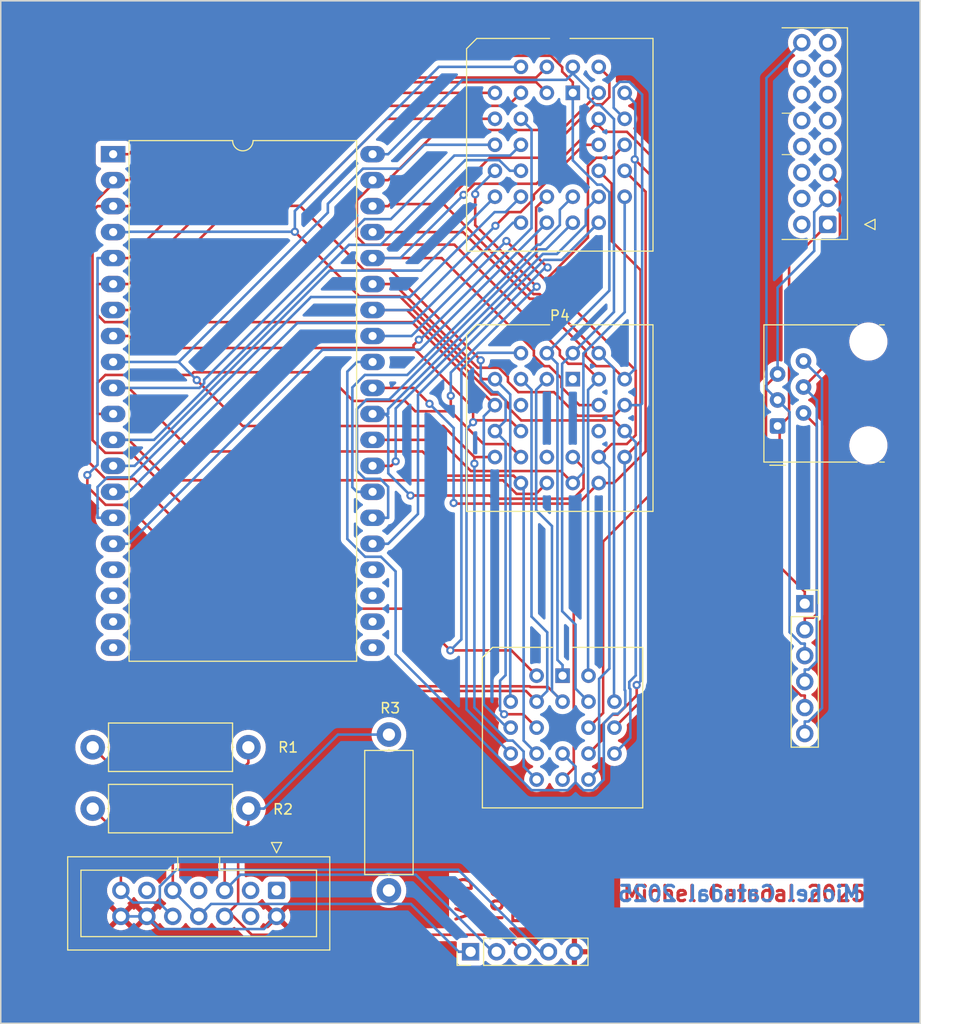
<source format=kicad_pcb>
(kicad_pcb (version 20240108) (generator "pcbnew") (generator_version "8.0")
  (title_block (date "2024-11-23"))
  (layers (0 "F.Cu" signal) (31 "B.Cu" signal) (34 "B.Paste" user) (35 "F.Paste" user) (36 "B.SilkS" user "B.Silkscreen") (37 "F.SilkS" user "F.Silkscreen") (38 "B.Mask" user) (39 "F.Mask" user) (44 "Edge.Cuts" user))
  (net 0 "")
  (net 1 "/pin1")
  (net 2 "/pin2")
  (net 3 "/pin3")
  (net 4 "/pin4")
  (net 5 "/pin5")
  (net 6 "/pin6")
  (net 7 "/pin7")
  (net 8 "/pin8")
  (net 9 "/pin9")
  (net 10 "/pin10")
  (net 11 "/pin11")
  (net 12 "/pin12")
  (net 13 "/pin13")
  (net 14 "/pin14")
  (net 15 "/pin15")
  (net 16 "/pin16")
  (net 17 "/pin25")
  (net 18 "/pin26")
  (net 21 "/pin27")
  (net 31 "/pin28")
  (net 32 "/pin29")
  (net 33 "/pin30")
  (net 34 "/pin31")
  (net 35 "/pin32")
  (net 36 "/pin33")
  (net 37 "/pin34")
  (net 38 "/pin35")
  (net 39 "/pin36")
  (net 40 "/pin37")
  (net 41 "/pin38")
  (net 42 "/pin39")
  (net 43 "/pin40")
  (net 57 "Net-(P6-Pin_1)")
  (net 58 "Net-(P7-Pin_2)")
  (net 59 "Net-(P6-Pin_16)")
  (net 60 "Net-(P6-Pin_5)")
  (net 61 "Net-(P6-Pin_3)")
  (net 62 "Net-(P7-Pin_6)")
  (net 65 "GND")
  (net 66 "Net-(P8-RESET_IN)")
  (net 69 "VDD")
  (net 70 "Net-(P9-Pin_4)")
  (net 71 "Net-(P8-TOOL0)")
  (footprint "Resistor_THT:R_Axial_DIN0414_L11.9mm_D4.5mm_P15.24mm_Horizontal" (layer "F.Cu") (at 109 128)
    (property "Reference" "R1")
    (property "Value" "1k")
  )
  (footprint "Connector_PinSocket_2.54mm:PinSocket_1x06_P2.54mm_Vertical" (layer "F.Cu") (at 178.71 113.96)
    (property "Reference" "P7" (hide yes))
    (property "Value" "PIC Debug")
  )
  (footprint "Connector_PinHeader_2.54mm:PinHeader_1x05_P2.54mm_Vertical" (layer "F.Cu") (at 146 148 90)
    (property "Reference" "P9" (hide yes))
    (property "Value" "G13, G14, G23 or G24")
  )
  (footprint "catu:XGecu_16pins" (layer "F.Cu") (at 179.09 66.44)
    (property "Reference" "P6" (hide yes))
    (property "Value" "T48 Programmer")
  )
  (footprint "Package_LCC:PLCC-20_THT-Socket" (layer "F.Cu") (at 155 121)
    (property "Reference" "P3" (hide yes))
    (property "Value" "Conn_02x10_Counter_Clockwise" (hide yes))
  )
  (footprint "Resistor_THT:R_Axial_DIN0414_L11.9mm_D4.5mm_P15.24mm_Horizontal" (layer "F.Cu") (at 109 134)
    (property "Reference" "R2")
    (property "Value" "10k")
  )
  (footprint "Package_LCC:PLCC-32_THT-Socket" (layer "F.Cu") (at 156 64)
    (property "Reference" "P2" (hide yes))
    (property "Value" "Conn_02x16_Counter_Clockwise" (hide yes))
  )
  (footprint "Connector_RJ:RJ12_Amphenol_54601-x06_Horizontal" (layer "F.Cu") (at 176.05 96.58 90)
    (property "Reference" "P5" (hide yes))
    (property "Value" "CCS Programmer")
  )
  (footprint "Connector_IDC:IDC-Header_2x07_P2.54mm_Vertical" (layer "F.Cu") (at 127 142 -90)
    (property "Reference" "P8" (hide yes))
    (property "Value" "E2 Lite Debugger")
  )
  (footprint "Package_LCC:PLCC-28_THT-Socket" (layer "F.Cu") (at 156 92)
    (property "Reference" "P4")
    (property "Value" "Conn_02x14_Counter_Clockwise")
  )
  (footprint "Package_DIP:DIP-40_W25.4mm_LongPads" (layer "F.Cu") (at 111 70)
    (property "Reference" "P1" (hide yes))
    (property "Value" "Conn_02x20_Counter_Clockwise" (hide yes))
  )
  (footprint "Resistor_THT:R_Axial_DIN0414_L11.9mm_D4.5mm_P15.24mm_Horizontal" (layer "F.Cu") (at 138 142 90)
    (property "Reference" "R3")
    (property "Value" "1k")
  )
  (gr_line (start 100 55) (end 190 55) (stroke (width 0.15)) (layer "Edge.Cuts"))
  (gr_line (start 190 155) (end 100 155) (stroke (width 0.15)) (layer "Edge.Cuts"))
  (gr_line (start 190 55) (end 190 155) (stroke (width 0.15)) (layer "Edge.Cuts"))
  (gr_line (start 100 155) (end 100 55) (stroke (width 0.15)) (layer "Edge.Cuts"))
  (gr_text "Michel Catudal 2025" (at 160.75 143.2 -0) (layer "F.Cu") (effects (font (size 1.5 1.5) (thickness 0.3) (bold yes)) (justify left bottom)))
  (gr_text "Reset" (at 154.32 145.51 90) (layer "F.Cu") (effects (font (size 1.5 1.5) (thickness 0.3) (bold yes)) (justify left bottom)))
  (gr_text "GND" (at 157.11 145.44 90) (layer "F.Cu") (effects (font (size 1.5 1.5) (thickness 0.3) (bold yes)) (justify left bottom)))
  (gr_text "Tool0" (at 149.27 145.44 90) (layer "F.Cu") (effects (font (size 1.5 1.5) (thickness 0.3) (bold yes)) (justify left bottom)))
  (gr_text "Reset IN" (at 151.83 145.51 90) (layer "F.Cu") (effects (font (size 1.5 1.5) (thickness 0.3) (bold yes)) (justify left bottom)))
  (gr_text "VDD" (at 146.25 145.14 90) (layer "F.Cu") (effects (font (size 1.5 1.5) (thickness 0.3) (bold yes)) (justify left bottom)))
  (gr_text "Michel Catudal 2025" (at 184.35 143.2 0) (layer "B.Cu") (effects (font (size 1.5 1.5) (thickness 0.3) (bold yes)) (justify left bottom mirror)))
  (segment (start 156 62.9619) (end 156 64) (width 0.25) (layer "F.Cu") (net 1))
  (segment (start 111 70) (end 112.527 70) (width 0.25) (layer "F.Cu") (net 1))
  (segment (start 154.962 61.9238) (end 156 62.9619) (width 0.25) (layer "F.Cu") (net 1))
  (segment (start 112.527 70) (end 122.152 60.3748) (width 0.25) (layer "F.Cu") (net 1))
  (segment (start 122.152 60.3748) (end 153.85 60.3748) (width 0.25) (layer "F.Cu") (net 1))
  (segment (start 154.962 61.4865) (end 154.962 61.9238) (width 0.25) (layer "F.Cu") (net 1))
  (segment (start 153.85 60.3748) (end 154.962 61.4865) (width 0.25) (layer "F.Cu") (net 1))
  (segment (start 158.381 72.9786) (end 158.835 72.9786) (width 0.25) (layer "B.Cu") (net 1))
  (segment (start 158.835 72.9786) (end 159.579 73.7222) (width 0.25) (layer "B.Cu") (net 1))
  (segment (start 154.5 119.462) (end 154.5 90.5002) (width 0.25) (layer "B.Cu") (net 1))
  (segment (start 159.579 73.7222) (end 159.579 83.3414) (width 0.25) (layer "B.Cu") (net 1))
  (segment (start 155 119.962) (end 154.5 119.462) (width 0.25) (layer "B.Cu") (net 1))
  (segment (start 154.5 90.5002) (end 153.46 89.46) (width 0.25) (layer "B.Cu") (net 1))
  (segment (start 159.579 83.3414) (end 153.46 89.46) (width 0.25) (layer "B.Cu") (net 1))
  (segment (start 155 121) (end 155 119.962) (width 0.25) (layer "B.Cu") (net 1))
  (segment (start 156 64) (end 156 70.5974) (width 0.25) (layer "B.Cu") (net 1))
  (segment (start 156 70.5974) (end 158.381 72.9786) (width 0.25) (layer "B.Cu") (net 1))
  (segment (start 110.257 101.75) (end 113.034 101.75) (width 0.25) (layer "F.Cu") (net 2))
  (segment (start 108.491 75.3967) (end 108.491 99.9839) (width 0.25) (layer "F.Cu") (net 2))
  (segment (start 151.785 122.037) (end 151.86 122.111) (width 0.25) (layer "F.Cu") (net 2))
  (segment (start 153.571 122.111) (end 155 123.54) (width 0.25) (layer "F.Cu") (net 2))
  (segment (start 111.347 72.54) (end 108.491 75.3967) (width 0.25) (layer "F.Cu") (net 2))
  (segment (start 133.32 122.037) (end 151.785 122.037) (width 0.25) (layer "F.Cu") (net 2))
  (segment (start 122.565 62.5023) (end 152.418 62.5023) (width 0.25) (layer "F.Cu") (net 2))
  (segment (start 111 72.54) (end 111.347 72.54) (width 0.25) (layer "F.Cu") (net 2))
  (segment (start 152.418 62.5023) (end 153.46 61.46) (width 0.25) (layer "F.Cu") (net 2))
  (segment (start 151.86 122.111) (end 153.571 122.111) (width 0.25) (layer "F.Cu") (net 2))
  (segment (start 108.491 99.9839) (end 110.257 101.75) (width 0.25) (layer "F.Cu") (net 2))
  (segment (start 113.034 101.75) (end 133.32 122.037) (width 0.25) (layer "F.Cu") (net 2))
  (segment (start 111.347 72.54) (end 112.527 72.54) (width 0.25) (layer "F.Cu") (net 2))
  (segment (start 112.527 72.54) (end 122.565 62.5023) (width 0.25) (layer "F.Cu") (net 2))
  (segment (start 153.962 106.367) (end 152.417 104.822) (width 0.25) (layer "B.Cu") (net 2))
  (segment (start 152.417 104.822) (end 152.417 93.0428) (width 0.25) (layer "B.Cu") (net 2))
  (segment (start 153.962 122.502) (end 153.962 106.367) (width 0.25) (layer "B.Cu") (net 2))
  (segment (start 152.417 93.0428) (end 153.46 92) (width 0.25) (layer "B.Cu") (net 2))
  (segment (start 155 123.54) (end 153.962 122.502) (width 0.25) (layer "B.Cu") (net 2))
  (segment (start 149.99 118.53) (end 152.46 121) (width 0.25) (layer "F.Cu") (net 3))
  (segment (start 152.418 62.9582) (end 153.46 64) (width 0.25) (layer "F.Cu") (net 3))
  (segment (start 112.741 99.21) (end 110.23 99.21) (width 0.25) (layer "F.Cu") (net 3))
  (segment (start 111 75.08) (end 112.527 75.08) (width 0.25) (layer "F.Cu") (net 3))
  (segment (start 108.985 75.5677) (end 109.473 75.08) (width 0.25) (layer "F.Cu") (net 3))
  (segment (start 127.978 114.447) (end 112.741 99.21) (width 0.25) (layer "F.Cu") (net 3))
  (segment (start 144.014 118.53) (end 139.931 114.447) (width 0.25) (layer "F.Cu") (net 3))
  (segment (start 108.985 97.9655) (end 108.985 75.5677) (width 0.25) (layer "F.Cu") (net 3))
  (segment (start 110.23 99.21) (end 108.985 97.9655) (width 0.25) (layer "F.Cu") (net 3))
  (segment (start 109.473 75.08) (end 111 75.08) (width 0.25) (layer "F.Cu") (net 3))
  (segment (start 112.527 75.08) (end 124.649 62.9582) (width 0.25) (layer "F.Cu") (net 3))
  (segment (start 124.649 62.9582) (end 152.418 62.9582) (width 0.25) (layer "F.Cu") (net 3))
  (segment (start 144.014 118.53) (end 149.99 118.53) (width 0.25) (layer "F.Cu") (net 3))
  (segment (start 139.931 114.447) (end 127.978 114.447) (width 0.25) (layer "F.Cu") (net 3))
  (via (at 144.014 118.53) (size 0.8) (drill 0.4) (layers "F.Cu" "B.Cu") (net 3))
  (segment (start 145.093 117.451) (end 144.014 118.53) (width 0.25) (layer "B.Cu") (net 3))
  (segment (start 146.693 89.4221) (end 145.093 91.0216) (width 0.25) (layer "B.Cu") (net 3))
  (segment (start 150.92 89.46) (end 150.882 89.4221) (width 0.25) (layer "B.Cu") (net 3))
  (segment (start 150.882 89.4221) (end 146.693 89.4221) (width 0.25) (layer "B.Cu") (net 3))
  (segment (start 145.093 91.0216) (end 145.093 117.451) (width 0.25) (layer "B.Cu") (net 3))
  (segment (start 139.053 83.8902) (end 147.163 92) (width 0.25) (layer "F.Cu") (net 4))
  (segment (start 135.096 83.8902) (end 139.053 83.8902) (width 0.25) (layer "F.Cu") (net 4))
  (segment (start 128.79 77.5843) (end 135.096 83.8902) (width 0.25) (layer "F.Cu") (net 4))
  (segment (start 147.163 92) (end 148.38 92) (width 0.25) (layer "F.Cu") (net 4))
  (via (at 128.79 77.5843) (size 0.8) (drill 0.4) (layers "F.Cu" "B.Cu") (net 4))
  (segment (start 112.527 77.62) (end 112.563 77.5843) (width 0.25) (layer "B.Cu") (net 4))
  (segment (start 128.79 77.5843) (end 128.79 75.5539) (width 0.25) (layer "B.Cu") (net 4))
  (segment (start 149.88 123.5) (end 149.88 93.4997) (width 0.25) (layer "B.Cu") (net 4))
  (segment (start 142.884 61.46) (end 150.92 61.46) (width 0.25) (layer "B.Cu") (net 4))
  (segment (start 111 77.62) (end 112.527 77.62) (width 0.25) (layer "B.Cu") (net 4))
  (segment (start 149.92 123.54) (end 149.88 123.5) (width 0.25) (layer "B.Cu") (net 4))
  (segment (start 128.79 75.5539) (end 142.884 61.46) (width 0.25) (layer "B.Cu") (net 4))
  (segment (start 149.88 93.4997) (end 148.38 92) (width 0.25) (layer "B.Cu") (net 4))
  (segment (start 112.563 77.5843) (end 128.79 77.5843) (width 0.25) (layer "B.Cu") (net 4))
  (segment (start 108.476 102.51) (end 108.476 101.378) (width 0.25) (layer "F.Cu") (net 5))
  (segment (start 152.46 123.54) (end 151.416 122.496) (width 0.25) (layer "F.Cu") (net 5))
  (segment (start 151.416 122.496) (end 130.505 122.496) (width 0.25) (layer "F.Cu") (net 5))
  (segment (start 130.505 122.496) (end 112.3 104.29) (width 0.25) (layer "F.Cu") (net 5))
  (segment (start 111 80.16) (end 112.527 80.16) (width 0.25) (layer "F.Cu") (net 5))
  (segment (start 112.527 80.16) (end 128.687 64) (width 0.25) (layer "F.Cu") (net 5))
  (segment (start 110.256 104.29) (end 108.476 102.51) (width 0.25) (layer "F.Cu") (net 5))
  (segment (start 112.3 104.29) (end 110.256 104.29) (width 0.25) (layer "F.Cu") (net 5))
  (segment (start 128.687 64) (end 148.38 64) (width 0.25) (layer "F.Cu") (net 5))
  (via (at 108.476 101.378) (size 0.8) (drill 0.4) (layers "F.Cu" "B.Cu") (net 5))
  (segment (start 151.959 115.22) (end 153.499 116.76) (width 0.25) (layer "B.Cu") (net 5))
  (segment (start 153.499 116.76) (end 153.499 122.501) (width 0.25) (layer "B.Cu") (net 5))
  (segment (start 153.499 122.501) (end 152.46 123.54) (width 0.25) (layer "B.Cu") (net 5))
  (segment (start 109.473 100.381) (end 108.476 101.378) (width 0.25) (layer "B.Cu") (net 5))
  (segment (start 109.473 80.16) (end 109.473 100.381) (width 0.25) (layer "B.Cu") (net 5))
  (segment (start 151.959 93.0391) (end 151.959 115.22) (width 0.25) (layer "B.Cu") (net 5))
  (segment (start 111 80.16) (end 109.473 80.16) (width 0.25) (layer "B.Cu") (net 5))
  (segment (start 150.92 92) (end 151.959 93.0391) (width 0.25) (layer "B.Cu") (net 5))
  (segment (start 129.957 65.27) (end 149.65 65.27) (width 0.25) (layer "F.Cu") (net 6))
  (segment (start 140.264 86.4239) (end 148.38 94.54) (width 0.25) (layer "F.Cu") (net 6))
  (segment (start 111 82.7) (end 112.527 82.7) (width 0.25) (layer "F.Cu") (net 6))
  (segment (start 109.473 82.7) (end 109.473 85.724) (width 0.25) (layer "F.Cu") (net 6))
  (segment (start 110.173 86.4239) (end 140.264 86.4239) (width 0.25) (layer "F.Cu") (net 6))
  (segment (start 149.65 65.27) (end 150.92 64) (width 0.25) (layer "F.Cu") (net 6))
  (segment (start 111 82.7) (end 109.473 82.7) (width 0.25) (layer "F.Cu") (net 6))
  (segment (start 112.527 82.7) (end 129.957 65.27) (width 0.25) (layer "F.Cu") (net 6))
  (segment (start 109.473 85.724) (end 110.173 86.4239) (width 0.25) (layer "F.Cu") (net 6))
  (segment (start 147.287 123.81) (end 149.556 126.08) (width 0.25) (layer "B.Cu") (net 6))
  (segment (start 149.556 126.08) (end 149.92 126.08) (width 0.25) (layer "B.Cu") (net 6))
  (segment (start 148.38 94.54) (end 147.287 95.6334) (width 0.25) (layer "B.Cu") (net 6))
  (segment (start 147.287 95.6334) (end 147.287 123.81) (width 0.25) (layer "B.Cu") (net 6))
  (segment (start 129.292 75.0508) (end 135.547 81.306) (width 0.25) (layer "F.Cu") (net 7))
  (segment (start 129.292 75.0508) (end 137.802 66.54) (width 0.25) (layer "F.Cu") (net 7))
  (segment (start 135.547 81.306) (end 138.136 81.306) (width 0.25) (layer "F.Cu") (net 7))
  (segment (start 122.716 75.0508) (end 129.292 75.0508) (width 0.25) (layer "F.Cu") (net 7))
  (segment (start 112.527 85.24) (end 122.716 75.0508) (width 0.25) (layer "F.Cu") (net 7))
  (segment (start 111 85.24) (end 112.527 85.24) (width 0.25) (layer "F.Cu") (net 7))
  (segment (start 151.151 124.771) (end 152.46 126.08) (width 0.25) (layer "F.Cu") (net 7))
  (segment (start 138.136 81.306) (end 146.986 90.1564) (width 0.25) (layer "F.Cu") (net 7))
  (segment (start 137.802 66.54) (end 148.38 66.54) (width 0.25) (layer "F.Cu") (net 7))
  (segment (start 149.276 124.771) (end 151.151 124.771) (width 0.25) (layer "F.Cu") (net 7))
  (via (at 149.276 124.771) (size 0.8) (drill 0.4) (layers "F.Cu" "B.Cu") (net 7))
  (via (at 146.986 90.1564) (size 0.8) (drill 0.4) (layers "F.Cu" "B.Cu") (net 7))
  (segment (start 149.422 98.1222) (end 149.422 120.949) (width 0.25) (layer "B.Cu") (net 7))
  (segment (start 149.422 96.0378) (end 148.38 97.08) (width 0.25) (layer "B.Cu") (net 7))
  (segment (start 148.639 93.27) (end 149.422 94.0535) (width 0.25) (layer "B.Cu") (net 7))
  (segment (start 146.986 90.1564) (end 146.986 92.0856) (width 0.25) (layer "B.Cu") (net 7))
  (segment (start 148.171 93.27) (end 148.639 93.27) (width 0.25) (layer "B.Cu") (net 7))
  (segment (start 148.882 124.378) (end 149.276 124.771) (width 0.25) (layer "B.Cu") (net 7))
  (segment (start 146.986 92.0856) (end 148.171 93.27) (width 0.25) (layer "B.Cu") (net 7))
  (segment (start 149.422 120.949) (end 148.882 121.49) (width 0.25) (layer "B.Cu") (net 7))
  (segment (start 148.38 97.08) (end 149.422 98.1222) (width 0.25) (layer "B.Cu") (net 7))
  (segment (start 149.422 94.0535) (end 149.422 96.0378) (width 0.25) (layer "B.Cu") (net 7))
  (segment (start 148.882 121.49) (end 148.882 124.378) (width 0.25) (layer "B.Cu") (net 7))
  (segment (start 140.41 88.9564) (end 140.41 88.6615) (width 0.25) (layer "F.Cu") (net 8))
  (segment (start 112.527 87.78) (end 111 87.78) (width 0.25) (layer "F.Cu") (net 8))
  (segment (start 140.41 88.9564) (end 113.703 88.9564) (width 0.25) (layer "F.Cu") (net 8))
  (segment (start 149.868 96.0284) (end 150.92 97.08) (width 0.25) (layer "F.Cu") (net 8))
  (segment (start 146.24 96.0284) (end 146.24 94.7869) (width 0.25) (layer "F.Cu") (net 8))
  (segment (start 113.703 88.9564) (end 112.527 87.78) (width 0.25) (layer "F.Cu") (net 8))
  (segment (start 146.24 96.0284) (end 146.24 96.2125) (width 0.25) (layer "F.Cu") (net 8))
  (segment (start 140.41 88.6615) (end 140.932 88.1391) (width 0.25) (layer "F.Cu") (net 8))
  (segment (start 146.24 96.0284) (end 149.868 96.0284) (width 0.25) (layer "F.Cu") (net 8))
  (segment (start 146.24 94.7869) (end 140.41 88.9564) (width 0.25) (layer "F.Cu") (net 8))
  (via (at 140.932 88.1391) (size 0.8) (drill 0.4) (layers "F.Cu" "B.Cu") (net 8))
  (via (at 146.24 96.2125) (size 0.8) (drill 0.4) (layers "F.Cu" "B.Cu") (net 8))
  (segment (start 146.24 96.2125) (end 145.593 96.8594) (width 0.25) (layer "B.Cu") (net 8))
  (segment (start 145.593 96.8594) (end 145.593 124.293) (width 0.25) (layer "B.Cu") (net 8))
  (segment (start 140.932 88.1391) (end 141.056 88.1391) (width 0.25) (layer "B.Cu") (net 8))
  (segment (start 141.056 88.1391) (end 151.962 77.2335) (width 0.25) (layer "B.Cu") (net 8))
  (segment (start 145.593 124.293) (end 149.92 128.62) (width 0.25) (layer "B.Cu") (net 8))
  (segment (start 151.962 77.2335) (end 151.962 67.5817) (width 0.25) (layer "B.Cu") (net 8))
  (segment (start 151.962 67.5817) (end 150.92 66.54) (width 0.25) (layer "B.Cu") (net 8))
  (segment (start 146.368 99.62) (end 146.368 100.262) (width 0.25) (layer "F.Cu") (net 9))
  (segment (start 146.368 99.62) (end 148.38 99.62) (width 0.25) (layer "F.Cu") (net 9))
  (segment (start 146.368 99.62) (end 143.328 96.5799) (width 0.25) (layer "F.Cu") (net 9))
  (segment (start 123.676 96.5799) (end 119.187 92.0913) (width 0.25) (layer "F.Cu") (net 9))
  (segment (start 143.328 96.5799) (end 123.676 96.5799) (width 0.25) (layer "F.Cu") (net 9))
  (via (at 146.368 100.262) (size 0.8) (drill 0.4) (layers "F.Cu" "B.Cu") (net 9))
  (via (at 119.187 92.0913) (size 0.8) (drill 0.4) (layers "F.Cu" "B.Cu") (net 9))
  (segment (start 141.457 69.08) (end 148.38 69.08) (width 0.25) (layer "B.Cu") (net 9))
  (segment (start 152.46 131.16) (end 151.19 129.89) (width 0.25) (layer "B.Cu") (net 9))
  (segment (start 150.126 127.35) (end 149.615 127.35) (width 0.25) (layer "B.Cu") (net 9))
  (segment (start 117.416 90.32) (end 119.187 92.0913) (width 0.25) (layer "B.Cu") (net 9))
  (segment (start 117.416 90.32) (end 132.019 75.7169) (width 0.25) (layer "B.Cu") (net 9))
  (segment (start 135.46 71.4131) (end 139.124 71.4131) (width 0.25) (layer "B.Cu") (net 9))
  (segment (start 132.019 75.7169) (end 132.019 74.8536) (width 0.25) (layer "B.Cu") (net 9))
  (segment (start 132.019 74.8536) (end 135.46 71.4131) (width 0.25) (layer "B.Cu") (net 9))
  (segment (start 111 90.32) (end 117.416 90.32) (width 0.25) (layer "B.Cu") (net 9))
  (segment (start 151.19 129.89) (end 151.19 128.414) (width 0.25) (layer "B.Cu") (net 9))
  (segment (start 151.19 128.414) (end 150.126 127.35) (width 0.25) (layer "B.Cu") (net 9))
  (segment (start 139.124 71.4131) (end 141.457 69.08) (width 0.25) (layer "B.Cu") (net 9))
  (segment (start 146.368 124.103) (end 146.368 100.262) (width 0.25) (layer "B.Cu") (net 9))
  (segment (start 149.615 127.35) (end 146.368 124.103) (width 0.25) (layer "B.Cu") (net 9))
  (segment (start 150.201 101.441) (end 150.92 102.16) (width 0.25) (layer "F.Cu") (net 10))
  (segment (start 118.738 99.0708) (end 141.281 99.0708) (width 0.25) (layer "F.Cu") (net 10))
  (segment (start 111 92.86) (end 112.527 92.86) (width 0.25) (layer "F.Cu") (net 10))
  (segment (start 141.281 99.0708) (end 143.651 101.441) (width 0.25) (layer "F.Cu") (net 10))
  (segment (start 112.527 92.86) (end 118.738 99.0708) (width 0.25) (layer "F.Cu") (net 10))
  (segment (start 143.651 101.441) (end 150.201 101.441) (width 0.25) (layer "F.Cu") (net 10))
  (segment (start 144.407 70.13) (end 149.87 70.13) (width 0.25) (layer "B.Cu") (net 10))
  (segment (start 119.914 92.0582) (end 135.622 76.35) (width 0.25) (layer "B.Cu") (net 10))
  (segment (start 151.19 102.43) (end 150.92 102.16) (width 0.25) (layer "B.Cu") (net 10))
  (segment (start 135.622 76.35) (end 138.187 76.35) (width 0.25) (layer "B.Cu") (net 10))
  (segment (start 152.46 128.62) (end 151.19 127.35) (width 0.25) (layer "B.Cu") (net 10))
  (segment (start 138.187 76.35) (end 144.407 70.13) (width 0.25) (layer "B.Cu") (net 10))
  (segment (start 111 92.86) (end 119.446 92.86) (width 0.25) (layer "B.Cu") (net 10))
  (segment (start 149.87 70.13) (end 150.92 69.08) (width 0.25) (layer "B.Cu") (net 10))
  (segment (start 119.446 92.86) (end 119.914 92.3924) (width 0.25) (layer "B.Cu") (net 10))
  (segment (start 151.19 127.35) (end 151.19 102.43) (width 0.25) (layer "B.Cu") (net 10))
  (segment (start 119.914 92.3924) (end 119.914 92.0582) (width 0.25) (layer "B.Cu") (net 10))
  (segment (start 139.574 94.13) (end 134.502 94.13) (width 0.25) (layer "F.Cu") (net 11))
  (segment (start 109.473 95.4) (end 111 95.4) (width 0.25) (layer "F.Cu") (net 11))
  (segment (start 134.502 94.13) (end 131.697 91.3257) (width 0.25) (layer "F.Cu") (net 11))
  (segment (start 144.056 95.1388) (end 140.582 95.1388) (width 0.25) (layer "F.Cu") (net 11))
  (segment (start 131.697 91.3257) (end 118.894 91.3257) (width 0.25) (layer "F.Cu") (net 11))
  (segment (start 118.63 91.59) (end 110.238 91.59) (width 0.25) (layer "F.Cu") (net 11))
  (segment (start 144.056 93.6311) (end 144.056 95.1388) (width 0.25) (layer "F.Cu") (net 11))
  (segment (start 118.894 91.3257) (end 118.63 91.59) (width 0.25) (layer "F.Cu") (net 11))
  (segment (start 109.473 92.3546) (end 109.473 95.4) (width 0.25) (layer "F.Cu") (net 11))
  (segment (start 146.447 73.9102) (end 146.447 76.9395) (width 0.25) (layer "F.Cu") (net 11))
  (segment (start 147.268 98.35) (end 149.65 98.35) (width 0.25) (layer "F.Cu") (net 11))
  (segment (start 140.582 95.1388) (end 139.574 94.13) (width 0.25) (layer "F.Cu") (net 11))
  (segment (start 146.447 76.9395) (end 152.464 82.9562) (width 0.25) (layer "F.Cu") (net 11))
  (segment (start 110.238 91.59) (end 109.473 92.3546) (width 0.25) (layer "F.Cu") (net 11))
  (segment (start 149.65 98.35) (end 150.92 99.62) (width 0.25) (layer "F.Cu") (net 11))
  (segment (start 152.464 82.9562) (end 152.464 82.9546) (width 0.25) (layer "F.Cu") (net 11))
  (segment (start 144.056 95.1388) (end 147.268 98.35) (width 0.25) (layer "F.Cu") (net 11))
  (via (at 146.447 73.9102) (size 0.8) (drill 0.4) (layers "F.Cu" "B.Cu") (net 11))
  (via (at 144.056 93.6311) (size 0.8) (drill 0.4) (layers "F.Cu" "B.Cu") (net 11))
  (via (at 152.464 82.9546) (size 0.8) (drill 0.4) (layers "F.Cu" "B.Cu") (net 11))
  (segment (start 144.056 91.362) (end 152.464 82.9546) (width 0.25) (layer "B.Cu") (net 11))
  (segment (start 144.056 93.6311) (end 144.056 91.362) (width 0.25) (layer "B.Cu") (net 11))
  (segment (start 148.38 71.62) (end 146.447 73.5529) (width 0.25) (layer "B.Cu") (net 11))
  (segment (start 146.447 73.5529) (end 146.447 73.9102) (width 0.25) (layer "B.Cu") (net 11))
  (segment (start 152.399 103.221) (end 153.46 102.16) (width 0.25) (layer "F.Cu") (net 12))
  (segment (start 149.163 101.893) (end 150.492 103.221) (width 0.25) (layer "F.Cu") (net 12))
  (segment (start 150.492 103.221) (end 152.399 103.221) (width 0.25) (layer "F.Cu") (net 12))
  (segment (start 112.527 97.94) (end 116.48 101.893) (width 0.25) (layer "F.Cu") (net 12))
  (segment (start 111 97.94) (end 112.527 97.94) (width 0.25) (layer "F.Cu") (net 12))
  (segment (start 116.48 101.893) (end 149.163 101.893) (width 0.25) (layer "F.Cu") (net 12))
  (segment (start 137.186 78.8646) (end 145.469 70.5819) (width 0.25) (layer "B.Cu") (net 12))
  (segment (start 149.848 71.6199) (end 149.848 71.62) (width 0.25) (layer "B.Cu") (net 12))
  (segment (start 115.006 97.94) (end 134.081 78.8646) (width 0.25) (layer "B.Cu") (net 12))
  (segment (start 145.469 70.5819) (end 148.81 70.5819) (width 0.25) (layer "B.Cu") (net 12))
  (segment (start 111 97.94) (end 115.006 97.94) (width 0.25) (layer "B.Cu") (net 12))
  (segment (start 148.81 70.5819) (end 149.848 71.6199) (width 0.25) (layer "B.Cu") (net 12))
  (segment (start 134.081 78.8646) (end 137.186 78.8646) (width 0.25) (layer "B.Cu") (net 12))
  (segment (start 149.848 71.62) (end 150.92 71.62) (width 0.25) (layer "B.Cu") (net 12))
  (segment (start 132.202 81.3824) (end 141.158 81.3824) (width 0.25) (layer "B.Cu") (net 13))
  (segment (start 113.105 100.48) (end 132.202 81.3824) (width 0.25) (layer "B.Cu") (net 13))
  (segment (start 111 100.48) (end 113.105 100.48) (width 0.25) (layer "B.Cu") (net 13))
  (segment (start 141.158 81.3824) (end 148.38 74.16) (width 0.25) (layer "B.Cu") (net 13))
  (segment (start 140.333 86.51) (end 150.143 76.7) (width 0.25) (layer "B.Cu") (net 14))
  (segment (start 112.527 103.02) (end 129.037 86.51) (width 0.25) (layer "B.Cu") (net 14))
  (segment (start 129.037 86.51) (end 140.333 86.51) (width 0.25) (layer "B.Cu") (net 14))
  (segment (start 150.143 76.7) (end 150.92 76.7) (width 0.25) (layer "B.Cu") (net 14))
  (segment (start 111 103.02) (end 112.527 103.02) (width 0.25) (layer "B.Cu") (net 14))
  (segment (start 130.37 83.97) (end 140.036 83.97) (width 0.25) (layer "B.Cu") (net 15))
  (segment (start 111 105.56) (end 109.473 105.56) (width 0.25) (layer "B.Cu") (net 15))
  (segment (start 109.473 105.56) (end 109.473 102.549) (width 0.25) (layer "B.Cu") (net 15))
  (segment (start 112.734 101.607) (end 130.37 83.97) (width 0.25) (layer "B.Cu") (net 15))
  (segment (start 148.343 75.6634) (end 149.417 75.6634) (width 0.25) (layer "B.Cu") (net 15))
  (segment (start 110.416 101.607) (end 112.734 101.607) (width 0.25) (layer "B.Cu") (net 15))
  (segment (start 109.473 102.549) (end 110.416 101.607) (width 0.25) (layer "B.Cu") (net 15))
  (segment (start 140.036 83.97) (end 148.343 75.6634) (width 0.25) (layer "B.Cu") (net 15))
  (segment (start 149.417 75.6634) (end 150.92 74.16) (width 0.25) (layer "B.Cu") (net 15))
  (segment (start 111 108.1) (end 112.527 108.1) (width 0.25) (layer "B.Cu") (net 16))
  (segment (start 131.5 89.1268) (end 141.033 89.1268) (width 0.25) (layer "B.Cu") (net 16))
  (segment (start 112.527 108.1) (end 131.5 89.1268) (width 0.25) (layer "B.Cu") (net 16))
  (segment (start 141.033 89.1268) (end 153.46 76.7) (width 0.25) (layer "B.Cu") (net 16))
  (segment (start 152.412 79.9564) (end 153.536 81.0803) (width 0.25) (layer "F.Cu") (net 17))
  (segment (start 152.412 75.2082) (end 152.412 79.9564) (width 0.25) (layer "F.Cu") (net 17))
  (segment (start 153.46 74.16) (end 152.412 75.2082) (width 0.25) (layer "F.Cu") (net 17))
  (via (at 153.536 81.0803) (size 0.8) (drill 0.4) (layers "F.Cu" "B.Cu") (net 17))
  (segment (start 136.4 108.1) (end 137.927 108.1) (width 0.25) (layer "B.Cu") (net 17))
  (segment (start 153.299 81.0803) (end 153.536 81.0803) (width 0.25) (layer "B.Cu") (net 17))
  (segment (start 137.927 108.1) (end 140.846 105.181) (width 0.25) (layer "B.Cu") (net 17))
  (segment (start 140.846 105.181) (end 140.846 93.5333) (width 0.25) (layer "B.Cu") (net 17))
  (segment (start 140.846 93.5333) (end 153.299 81.0803) (width 0.25) (layer "B.Cu") (net 17))
  (segment (start 135.656 101.75) (end 137.149 101.75) (width 0.25) (layer "B.Cu") (net 18))
  (segment (start 137.927 102.528) (end 137.927 105.56) (width 0.25) (layer "B.Cu") (net 18))
  (segment (start 138.038 93.9869) (end 135.804 93.9869) (width 0.25) (layer "B.Cu") (net 18))
  (segment (start 137.149 101.75) (end 137.927 102.528) (width 0.25) (layer "B.Cu") (net 18))
  (segment (start 152.72 79.3049) (end 138.038 93.9869) (width 0.25) (layer "B.Cu") (net 18))
  (segment (start 137.927 105.56) (end 136.4 105.56) (width 0.25) (layer "B.Cu") (net 18))
  (segment (start 134.873 100.967) (end 135.656 101.75) (width 0.25) (layer "B.Cu") (net 18))
  (segment (start 153.395 79.3049) (end 152.72 79.3049) (width 0.25) (layer "B.Cu") (net 18))
  (segment (start 156 76.7) (end 153.395 79.3049) (width 0.25) (layer "B.Cu") (net 18))
  (segment (start 134.873 94.9182) (end 134.873 100.967) (width 0.25) (layer "B.Cu") (net 18))
  (segment (start 135.804 93.9869) (end 134.873 94.9182) (width 0.25) (layer "B.Cu") (net 18))
  (segment (start 134.873 103.02) (end 136.4 103.02) (width 0.25) (layer "B.Cu") (net 21))
  (segment (start 134.42 102.567) (end 134.873 103.02) (width 0.25) (layer "B.Cu") (net 21))
  (segment (start 152.805 78.853) (end 152.533 78.853) (width 0.25) (layer "B.Cu") (net 21))
  (segment (start 135.638 91.5907) (end 134.42 92.8088) (width 0.25) (layer "B.Cu") (net 21))
  (segment (start 139.796 91.5907) (end 135.638 91.5907) (width 0.25) (layer "B.Cu") (net 21))
  (segment (start 156 74.16) (end 154.73 75.43) (width 0.25) (layer "B.Cu") (net 21))
  (segment (start 152.533 78.853) (end 139.796 91.5907) (width 0.25) (layer "B.Cu") (net 21))
  (segment (start 154.73 75.43) (end 154.73 76.9279) (width 0.25) (layer "B.Cu") (net 21))
  (segment (start 134.42 92.8088) (end 134.42 102.567) (width 0.25) (layer "B.Cu") (net 21))
  (segment (start 154.73 76.9279) (end 152.805 78.853) (width 0.25) (layer "B.Cu") (net 21))
  (segment (start 138.222 100.48) (end 138.663 100.039) (width 0.25) (layer "F.Cu") (net 31))
  (segment (start 136.4 100.48) (end 138.222 100.48) (width 0.25) (layer "F.Cu") (net 31))
  (via (at 138.663 100.039) (size 0.8) (drill 0.4) (layers "F.Cu" "B.Cu") (net 31))
  (segment (start 138.663 100.039) (end 138.663 94.864) (width 0.25) (layer "B.Cu") (net 31))
  (segment (start 138.663 94.864) (end 153.191 80.3358) (width 0.25) (layer "B.Cu") (net 31))
  (segment (start 153.191 80.3358) (end 154.904 80.3358) (width 0.25) (layer "B.Cu") (net 31))
  (segment (start 154.904 80.3358) (end 158.54 76.7) (width 0.25) (layer "B.Cu") (net 31))
  (segment (start 142.976 97.94) (end 136.4 97.94) (width 0.25) (layer "F.Cu") (net 32))
  (segment (start 154.829 100.989) (end 146.025 100.989) (width 0.25) (layer "F.Cu") (net 32))
  (segment (start 156 102.16) (end 154.829 100.989) (width 0.25) (layer "F.Cu") (net 32))
  (segment (start 146.025 100.989) (end 142.976 97.94) (width 0.25) (layer "F.Cu") (net 32))
  (segment (start 157.039 89.4907) (end 157.039 101.121) (width 0.25) (layer "B.Cu") (net 32))
  (segment (start 161.08 85.4498) (end 157.039 89.4907) (width 0.25) (layer "B.Cu") (net 32))
  (segment (start 157.039 101.121) (end 156 102.16) (width 0.25) (layer "B.Cu") (net 32))
  (segment (start 161.08 74.16) (end 161.08 85.4498) (width 0.25) (layer "B.Cu") (net 32))
  (segment (start 157.054 102.682) (end 156.043 103.693) (width 0.25) (layer "F.Cu") (net 33))
  (segment (start 148.182 103.693) (end 147.873 103.383) (width 0.25) (layer "F.Cu") (net 33))
  (segment (start 156.043 103.693) (end 148.182 103.693) (width 0.25) (layer "F.Cu") (net 33))
  (segment (start 157.054 100.674) (end 157.054 102.682) (width 0.25) (layer "F.Cu") (net 33))
  (segment (start 156 99.62) (end 157.054 100.674) (width 0.25) (layer "F.Cu") (net 33))
  (segment (start 147.873 103.383) (end 140.109 103.383) (width 0.25) (layer "F.Cu") (net 33))
  (via (at 140.109 103.383) (size 0.8) (drill 0.4) (layers "F.Cu" "B.Cu") (net 33))
  (segment (start 137.927 94.9009) (end 137.927 95.4) (width 0.25) (layer "B.Cu") (net 33))
  (segment (start 154.446 79.7568) (end 153.071 79.7568) (width 0.25) (layer "B.Cu") (net 33))
  (segment (start 157.27 75.43) (end 157.27 76.9326) (width 0.25) (layer "B.Cu") (net 33))
  (segment (start 136.4 95.4) (end 137.632 95.4) (width 0.25) (layer "B.Cu") (net 33))
  (segment (start 157.27 76.9326) (end 154.446 79.7568) (width 0.25) (layer "B.Cu") (net 33))
  (segment (start 137.936 101.211) (end 140.109 103.383) (width 0.25) (layer "B.Cu") (net 33))
  (segment (start 158.54 74.16) (end 157.27 75.43) (width 0.25) (layer "B.Cu") (net 33))
  (segment (start 137.632 95.4) (end 137.936 95.7039) (width 0.25) (layer "B.Cu") (net 33))
  (segment (start 137.927 95.4) (end 137.632 95.4) (width 0.25) (layer "B.Cu") (net 33))
  (segment (start 153.071 79.7568) (end 137.927 94.9009) (width 0.25) (layer "B.Cu") (net 33))
  (segment (start 137.936 95.7039) (end 137.936 101.211) (width 0.25) (layer "B.Cu") (net 33))
  (segment (start 144.336 104.112) (end 144.398 104.174) (width 0.25) (layer "F.Cu") (net 34))
  (segment (start 163.13 99.0704) (end 160.04 102.16) (width 0.25) (layer "F.Cu") (net 34))
  (segment (start 163.13 73.6701) (end 163.13 99.0704) (width 0.25) (layer "F.Cu") (net 34))
  (segment (start 140.42 92.86) (end 141.972 94.4115) (width 0.25) (layer "F.Cu") (net 34))
  (segment (start 160.04 102.16) (end 158.54 102.16) (width 0.25) (layer "F.Cu") (net 34))
  (segment (start 156.526 104.174) (end 158.54 102.16) (width 0.25) (layer "F.Cu") (net 34))
  (segment (start 136.4 92.86) (end 140.42 92.86) (width 0.25) (layer "F.Cu") (net 34))
  (segment (start 144.398 104.174) (end 156.095 104.174) (width 0.25) (layer "F.Cu") (net 34))
  (segment (start 156.095 130.065) (end 156.095 104.174) (width 0.25) (layer "F.Cu") (net 34))
  (segment (start 161.08 71.62) (end 163.13 73.6701) (width 0.25) (layer "F.Cu") (net 34))
  (segment (start 156.095 104.174) (end 156.526 104.174) (width 0.25) (layer "F.Cu") (net 34))
  (segment (start 155 131.16) (end 156.095 130.065) (width 0.25) (layer "F.Cu") (net 34))
  (via (at 141.972 94.4115) (size 0.8) (drill 0.4) (layers "F.Cu" "B.Cu") (net 34))
  (via (at 144.336 104.112) (size 0.8) (drill 0.4) (layers "F.Cu" "B.Cu") (net 34))
  (segment (start 141.972 94.4115) (end 144.336 96.7751) (width 0.25) (layer "B.Cu") (net 34))
  (segment (start 144.336 96.7751) (end 144.336 104.112) (width 0.25) (layer "B.Cu") (net 34))
  (segment (start 159.81 72.89) (end 159.81 78.5072) (width 0.25) (layer "F.Cu") (net 35))
  (segment (start 162.641 98.0586) (end 161.08 99.62) (width 0.25) (layer "F.Cu") (net 35))
  (segment (start 158.54 71.62) (end 159.81 72.89) (width 0.25) (layer "F.Cu") (net 35))
  (segment (start 162.641 81.3386) (end 162.641 98.0586) (width 0.25) (layer "F.Cu") (net 35))
  (segment (start 159.81 78.5072) (end 162.641 81.3386) (width 0.25) (layer "F.Cu") (net 35))
  (segment (start 160.422 124.728) (end 159.95 124.728) (width 0.25) (layer "B.Cu") (net 35))
  (segment (start 161.141 124.008) (end 160.422 124.728) (width 0.25) (layer "B.Cu") (net 35))
  (segment (start 161.078 122.401) (end 161.141 122.464) (width 0.25) (layer "B.Cu") (net 35))
  (segment (start 159.95 124.728) (end 159.038 125.639) (width 0.25) (layer "B.Cu") (net 35))
  (segment (start 137.22 109.37) (end 138.657 110.807) (width 0.25) (layer "B.Cu") (net 35))
  (segment (start 157.992 132.208) (end 157.051 132.208) (width 0.25) (layer "B.Cu") (net 35))
  (segment (start 161.078 99.6219) (end 161.078 122.401) (width 0.25) (layer "B.Cu") (net 35))
  (segment (start 135.668 109.37) (end 137.22 109.37) (width 0.25) (layer "B.Cu") (net 35))
  (segment (start 138.657 110.807) (end 138.657 118.894) (width 0.25) (layer "B.Cu") (net 35))
  (segment (start 155 128.62) (end 156.27 129.89) (width 0.25) (layer "B.Cu") (net 35))
  (segment (start 159.038 125.639) (end 159.038 131.162) (width 0.25) (layer "B.Cu") (net 35))
  (segment (start 136.4 90.32) (end 134.873 90.32) (width 0.25) (layer "B.Cu") (net 35))
  (segment (start 134.873 90.32) (end 133.927 91.2661) (width 0.25) (layer "B.Cu") (net 35))
  (segment (start 151.963 132.2) (end 155.497 132.2) (width 0.25) (layer "B.Cu") (net 35))
  (segment (start 133.927 91.2661) (end 133.927 107.629) (width 0.25) (layer "B.Cu") (net 35))
  (segment (start 156.27 129.89) (end 156.27 131.427) (width 0.25) (layer "B.Cu") (net 35))
  (segment (start 157.051 132.208) (end 156.27 131.427) (width 0.25) (layer "B.Cu") (net 35))
  (segment (start 161.141 122.464) (end 161.141 124.008) (width 0.25) (layer "B.Cu") (net 35))
  (segment (start 159.038 131.162) (end 157.992 132.208) (width 0.25) (layer "B.Cu") (net 35))
  (segment (start 138.657 118.894) (end 151.963 132.2) (width 0.25) (layer "B.Cu") (net 35))
  (segment (start 133.927 107.629) (end 135.668 109.37) (width 0.25) (layer "B.Cu") (net 35))
  (segment (start 161.08 99.62) (end 161.078 99.6219) (width 0.25) (layer "B.Cu") (net 35))
  (segment (start 155.497 132.2) (end 156.27 131.427) (width 0.25) (layer "B.Cu") (net 35))
  (segment (start 162.157 91.1434) (end 153.329 82.3154) (width 0.25) (layer "F.Cu") (net 36))
  (segment (start 158.54 99.62) (end 159.81 98.35) (width 0.25) (layer "F.Cu") (net 36))
  (segment (start 159.81 70.35) (end 161.08 69.08) (width 0.25) (layer "F.Cu") (net 36))
  (segment (start 153.329 82.3154) (end 157.484 78.1602) (width 0.25) (layer "F.Cu") (net 36))
  (segment (start 157.484 78.1602) (end 157.484 71.1625) (width 0.25) (layer "F.Cu") (net 36))
  (segment (start 157.484 71.1625) (end 158.296 70.35) (width 0.25) (layer "F.Cu") (net 36))
  (segment (start 159.81 98.35) (end 161.28 98.35) (width 0.25) (layer "F.Cu") (net 36))
  (segment (start 158.296 70.35) (end 159.81 70.35) (width 0.25) (layer "F.Cu") (net 36))
  (segment (start 162.157 97.4738) (end 162.157 91.1434) (width 0.25) (layer "F.Cu") (net 36))
  (segment (start 149.502 78.4913) (end 153.326 82.3154) (width 0.25) (layer "F.Cu") (net 36))
  (segment (start 161.28 98.35) (end 162.157 97.4738) (width 0.25) (layer "F.Cu") (net 36))
  (segment (start 153.326 82.3154) (end 153.329 82.3154) (width 0.25) (layer "F.Cu") (net 36))
  (via (at 149.502 78.4913) (size 0.8) (drill 0.4) (layers "F.Cu" "B.Cu") (net 36))
  (segment (start 158.581 121.309) (end 158.581 130.119) (width 0.25) (layer "B.Cu") (net 36))
  (segment (start 159.581 120.309) (end 158.581 121.309) (width 0.25) (layer "B.Cu") (net 36))
  (segment (start 158.54 99.62) (end 159.581 100.661) (width 0.25) (layer "B.Cu") (net 36))
  (segment (start 136.4 87.78) (end 140.214 87.78) (width 0.25) (layer "B.Cu") (net 36))
  (segment (start 140.214 87.78) (end 149.502 78.4913) (width 0.25) (layer "B.Cu") (net 36))
  (segment (start 159.581 100.661) (end 159.581 120.309) (width 0.25) (layer "B.Cu") (net 36))
  (segment (start 158.581 130.119) (end 157.54 131.16) (width 0.25) (layer "B.Cu") (net 36))
  (segment (start 148.814 93.4951) (end 149.65 94.3309) (width 0.25) (layer "F.Cu") (net 37))
  (segment (start 149.65 94.3309) (end 149.65 94.738) (width 0.25) (layer "F.Cu") (net 37))
  (segment (start 157.072 69.08) (end 152.19 73.962) (width 0.25) (layer "F.Cu") (net 37))
  (segment (start 139.764 85.24) (end 148.019 93.4951) (width 0.25) (layer "F.Cu") (net 37))
  (segment (start 152.19 74.3691) (end 150.897 75.6619) (width 0.25) (layer "F.Cu") (net 37))
  (segment (start 150.897 75.6619) (end 149.766 75.6619) (width 0.25) (layer "F.Cu") (net 37))
  (segment (start 150.95 96.0376) (end 160.038 96.0376) (width 0.25) (layer "F.Cu") (net 37))
  (segment (start 160.038 96.0376) (end 161.08 97.08) (width 0.25) (layer "F.Cu") (net 37))
  (segment (start 152.19 73.962) (end 152.19 74.3691) (width 0.25) (layer "F.Cu") (net 37))
  (segment (start 148.019 93.4951) (end 148.814 93.4951) (width 0.25) (layer "F.Cu") (net 37))
  (segment (start 149.65 94.738) (end 150.95 96.0376) (width 0.25) (layer "F.Cu") (net 37))
  (segment (start 149.766 75.6619) (end 148.426 77.0017) (width 0.25) (layer "F.Cu") (net 37))
  (segment (start 136.4 85.24) (end 139.764 85.24) (width 0.25) (layer "F.Cu") (net 37))
  (segment (start 158.54 69.08) (end 157.072 69.08) (width 0.25) (layer "F.Cu") (net 37))
  (via (at 148.426 77.0017) (size 0.8) (drill 0.4) (layers "F.Cu" "B.Cu") (net 37))
  (segment (start 161.53 121.612) (end 161.53 122.214) (width 0.25) (layer "B.Cu") (net 37))
  (segment (start 161.635 122.319) (end 161.635 127.065) (width 0.25) (layer "B.Cu") (net 37))
  (segment (start 161.08 97.08) (end 162.16 98.1598) (width 0.25) (layer "B.Cu") (net 37))
  (segment (start 162.16 98.1598) (end 162.16 120.982) (width 0.25) (layer "B.Cu") (net 37))
  (segment (start 136.4 85.24) (end 140.188 85.24) (width 0.25) (layer "B.Cu") (net 37))
  (segment (start 161.635 127.065) (end 160.08 128.62) (width 0.25) (layer "B.Cu") (net 37))
  (segment (start 161.53 122.214) (end 161.635 122.319) (width 0.25) (layer "B.Cu") (net 37))
  (segment (start 162.16 120.982) (end 161.53 121.612) (width 0.25) (layer "B.Cu") (net 37))
  (segment (start 140.188 85.24) (end 148.426 77.0017) (width 0.25) (layer "B.Cu") (net 37))
  (segment (start 138.502 82.7) (end 146.689 90.8871) (width 0.25) (layer "F.Cu") (net 38))
  (segment (start 156.468 95.5817) (end 160.038 95.5817) (width 0.25) (layer "F.Cu") (net 38))
  (segment (start 158.81 127.35) (end 157.54 128.62) (width 0.25) (layer "F.Cu") (net 38))
  (segment (start 159.874 124.81) (end 158.81 125.874) (width 0.25) (layer "F.Cu") (net 38))
  (segment (start 149.65 91.7796) (end 149.65 92.2523) (width 0.25) (layer "F.Cu") (net 38))
  (segment (start 162.257 121.913) (end 162.257 122.938) (width 0.25) (layer "F.Cu") (net 38))
  (segment (start 162.257 122.938) (end 160.385 124.81) (width 0.25) (layer "F.Cu") (net 38))
  (segment (start 146.689 90.8871) (end 148.758 90.8871) (width 0.25) (layer "F.Cu") (net 38))
  (segment (start 149.65 92.2523) (end 150.668 93.27) (width 0.25) (layer "F.Cu") (net 38))
  (segment (start 154.156 93.27) (end 156.468 95.5817) (width 0.25) (layer "F.Cu") (net 38))
  (segment (start 148.758 90.8871) (end 149.65 91.7796) (width 0.25) (layer "F.Cu") (net 38))
  (segment (start 160.385 124.81) (end 159.874 124.81) (width 0.25) (layer "F.Cu") (net 38))
  (segment (start 150.668 93.27) (end 154.156 93.27) (width 0.25) (layer "F.Cu") (net 38))
  (segment (start 158.81 125.874) (end 158.81 127.35) (width 0.25) (layer "F.Cu") (net 38))
  (segment (start 136.4 82.7) (end 138.502 82.7) (width 0.25) (layer "F.Cu") (net 38))
  (segment (start 160.038 95.5817) (end 161.08 94.54) (width 0.25) (layer "F.Cu") (net 38))
  (via (at 162.257 121.913) (size 0.8) (drill 0.4) (layers "F.Cu" "B.Cu") (net 38))
  (segment (start 162.63 94.54) (end 162.791 94.3792) (width 0.25) (layer "B.Cu") (net 38))
  (segment (start 162.791 64.1763) (end 161.536 62.9221) (width 0.25) (layer "B.Cu") (net 38))
  (segment (start 161.536 62.9221) (end 160.595 62.9221) (width 0.25) (layer "B.Cu") (net 38))
  (segment (start 162.63 121.54) (end 162.257 121.913) (width 0.25) (layer "B.Cu") (net 38))
  (segment (start 160.006 65.4662) (end 161.08 66.54) (width 0.25) (layer "B.Cu") (net 38))
  (segment (start 162.63 94.54) (end 162.63 121.54) (width 0.25) (layer "B.Cu") (net 38))
  (segment (start 162.791 94.3792) (end 162.791 64.1763) (width 0.25) (layer "B.Cu") (net 38))
  (segment (start 160.006 63.5108) (end 160.006 65.4662) (width 0.25) (layer "B.Cu") (net 38))
  (segment (start 162.63 94.54) (end 161.08 94.54) (width 0.25) (layer "B.Cu") (net 38))
  (segment (start 160.595 62.9221) (end 160.006 63.5108) (width 0.25) (layer "B.Cu") (net 38))
  (segment (start 153.697 90.73) (end 154.889 91.9225) (width 0.25) (layer "F.Cu") (net 39))
  (segment (start 154.889 91.9225) (end 154.889 92.7858) (width 0.25) (layer "F.Cu") (net 39))
  (segment (start 159.142 67.81) (end 161.299 67.81) (width 0.25) (layer "F.Cu") (net 39))
  (segment (start 146.397 72.89) (end 152.453 72.89) (width 0.25) (layer "F.Cu") (net 39))
  (segment (start 164.11 70.6209) (end 164.11 122.05) (width 0.25) (layer "F.Cu") (net 39))
  (segment (start 152.453 72.89) (end 158.134 67.2083) (width 0.25) (layer "F.Cu") (net 39))
  (segment (start 136.4 80.16) (end 143.167 80.16) (width 0.25) (layer "F.Cu") (net 39))
  (segment (start 158.134 67.2083) (end 158.54 67.2083) (width 0.25) (layer "F.Cu") (net 39))
  (segment (start 143.167 80.16) (end 152.19 89.1832) (width 0.25) (layer "F.Cu") (net 39))
  (segment (start 161.299 67.81) (end 164.11 70.6209) (width 0.25) (layer "F.Cu") (net 39))
  (segment (start 153.21 90.73) (end 153.697 90.73) (width 0.25) (layer "F.Cu") (net 39))
  (segment (start 152.19 89.7103) (end 153.21 90.73) (width 0.25) (layer "F.Cu") (net 39))
  (segment (start 164.11 122.05) (end 160.08 126.08) (width 0.25) (layer "F.Cu") (net 39))
  (segment (start 145.307 73.9799) (end 146.397 72.89) (width 0.25) (layer "F.Cu") (net 39))
  (segment (start 152.19 89.1832) (end 152.19 89.7103) (width 0.25) (layer "F.Cu") (net 39))
  (segment (start 158.54 67.2083) (end 158.54 66.54) (width 0.25) (layer "F.Cu") (net 39))
  (segment (start 156.644 94.54) (end 158.54 94.54) (width 0.25) (layer "F.Cu") (net 39))
  (segment (start 158.54 67.2083) (end 159.142 67.81) (width 0.25) (layer "F.Cu") (net 39))
  (segment (start 154.889 92.7858) (end 156.644 94.54) (width 0.25) (layer "F.Cu") (net 39))
  (via (at 145.307 73.9799) (size 0.8) (drill 0.4) (layers "F.Cu" "B.Cu") (net 39))
  (segment (start 136.4 80.16) (end 139.127 80.16) (width 0.25) (layer "B.Cu") (net 39))
  (segment (start 139.127 80.16) (end 145.307 73.9799) (width 0.25) (layer "B.Cu") (net 39))
  (segment (start 151.781 84.135) (end 152.229 84.135) (width 0.25) (layer "F.Cu") (net 40))
  (segment (start 152.229 84.135) (end 157.27 89.1761) (width 0.25) (layer "F.Cu") (net 40))
  (segment (start 159.81 90.7297) (end 161.08 92) (width 0.25) (layer "F.Cu") (net 40))
  (segment (start 157.27 89.1761) (end 157.27 89.7103) (width 0.25) (layer "F.Cu") (net 40))
  (segment (start 158.289 90.7297) (end 159.81 90.7297) (width 0.25) (layer "F.Cu") (net 40))
  (segment (start 157.27 89.7103) (end 158.289 90.7297) (width 0.25) (layer "F.Cu") (net 40))
  (segment (start 162.064 70.5062) (end 163.619 72.0615) (width 0.25) (layer "F.Cu") (net 40))
  (segment (start 158.969 107.885) (end 158.969 124.651) (width 0.25) (layer "F.Cu") (net 40))
  (segment (start 163.619 72.0615) (end 163.619 103.235) (width 0.25) (layer "F.Cu") (net 40))
  (segment (start 136.4 77.62) (end 145.266 77.62) (width 0.25) (layer "F.Cu") (net 40))
  (segment (start 163.619 103.235) (end 158.969 107.885) (width 0.25) (layer "F.Cu") (net 40))
  (segment (start 145.266 77.62) (end 151.781 84.135) (width 0.25) (layer "F.Cu") (net 40))
  (segment (start 158.969 124.651) (end 157.54 126.08) (width 0.25) (layer "F.Cu") (net 40))
  (via (at 162.064 70.5062) (size 0.8) (drill 0.4) (layers "F.Cu" "B.Cu") (net 40))
  (segment (start 161.08 92) (end 162.118 90.9619) (width 0.25) (layer "B.Cu") (net 40))
  (segment (start 162.118 70.5062) (end 162.064 70.5062) (width 0.25) (layer "B.Cu") (net 40))
  (segment (start 162.118 65.0381) (end 161.08 64) (width 0.25) (layer "B.Cu") (net 40))
  (segment (start 162.118 90.9619) (end 162.118 70.5062) (width 0.25) (layer "B.Cu") (net 40))
  (segment (start 162.118 70.5062) (end 162.118 65.0381) (width 0.25) (layer "B.Cu") (net 40))
  (segment (start 152.762 83.6816) (end 158.54 89.46) (width 0.25) (layer "F.Cu") (net 41))
  (segment (start 147.877 70.35) (end 152.936 70.35) (width 0.25) (layer "F.Cu") (net 41))
  (segment (start 152.153 83.6816) (end 152.762 83.6816) (width 0.25) (layer "F.Cu") (net 41))
  (segment (start 159.579 62.4992) (end 158.54 61.46) (width 0.25) (layer "F.Cu") (net 41))
  (segment (start 137.927 75.08) (end 138.129 74.8775) (width 0.25) (layer "F.Cu") (net 41))
  (segment (start 138.129 74.8775) (end 143.349 74.8775) (width 0.25) (layer "F.Cu") (net 41))
  (segment (start 143.349 74.8775) (end 152.153 83.6816) (width 0.25) (layer "F.Cu") (net 41))
  (segment (start 159.579 64.4293) (end 159.579 62.4992) (width 0.25) (layer "F.Cu") (net 41))
  (segment (start 136.4 75.08) (end 137.927 75.08) (width 0.25) (layer "F.Cu") (net 41))
  (segment (start 143.349 74.8775) (end 147.877 70.35) (width 0.25) (layer "F.Cu") (net 41))
  (segment (start 158.887 65.1218) (end 159.579 64.4293) (width 0.25) (layer "F.Cu") (net 41))
  (segment (start 158.164 65.1218) (end 158.887 65.1218) (width 0.25) (layer "F.Cu") (net 41))
  (segment (start 152.936 70.35) (end 158.164 65.1218) (width 0.25) (layer "F.Cu") (net 41))
  (segment (start 160.037 123.497) (end 160.037 90.9574) (width 0.25) (layer "B.Cu") (net 41))
  (segment (start 160.08 123.54) (end 160.037 123.497) (width 0.25) (layer "B.Cu") (net 41))
  (segment (start 160.037 90.9574) (end 158.54 89.46) (width 0.25) (layer "B.Cu") (net 41))
  (segment (start 136.834 72.54) (end 134.86 74.5136) (width 0.25) (layer "F.Cu") (net 42))
  (segment (start 158.54 64) (end 154.908 67.6315) (width 0.25) (layer "F.Cu") (net 42))
  (segment (start 154.908 67.6315) (end 142.835 67.6315) (width 0.25) (layer "F.Cu") (net 42))
  (segment (start 157.038 90.4981) (end 158.54 92) (width 0.25) (layer "F.Cu") (net 42))
  (segment (start 154.73 89.1693) (end 154.73 89.667) (width 0.25) (layer "F.Cu") (net 42))
  (segment (start 136.4 72.54) (end 136.834 72.54) (width 0.25) (layer "F.Cu") (net 42))
  (segment (start 154.73 89.667) (end 155.561 90.4981) (width 0.25) (layer "F.Cu") (net 42))
  (segment (start 134.86 74.5136) (end 134.86 78.0754) (width 0.25) (layer "F.Cu") (net 42))
  (segment (start 134.86 78.0754) (end 135.631 78.8464) (width 0.25) (layer "F.Cu") (net 42))
  (segment (start 142.835 67.6315) (end 137.927 72.54) (width 0.25) (layer "F.Cu") (net 42))
  (segment (start 137.927 72.54) (end 136.834 72.54) (width 0.25) (layer "F.Cu") (net 42))
  (segment (start 144.407 78.8464) (end 154.73 89.1693) (width 0.25) (layer "F.Cu") (net 42))
  (segment (start 155.561 90.4981) (end 157.038 90.4981) (width 0.25) (layer "F.Cu") (net 42))
  (segment (start 135.631 78.8464) (end 144.407 78.8464) (width 0.25) (layer "F.Cu") (net 42))
  (segment (start 158.54 92) (end 157.498 93.0418) (width 0.25) (layer "B.Cu") (net 42))
  (segment (start 157.498 120.958) (end 157.54 121) (width 0.25) (layer "B.Cu") (net 42))
  (segment (start 157.498 93.0418) (end 157.498 120.958) (width 0.25) (layer "B.Cu") (net 42))
  (segment (start 137.927 70) (end 145.197 62.73) (width 0.25) (layer "B.Cu") (net 43))
  (segment (start 157.54 123.54) (end 156.27 122.27) (width 0.25) (layer "B.Cu") (net 43))
  (segment (start 157.502 63.601) (end 157.502 64.4299) (width 0.25) (layer "B.Cu") (net 43))
  (segment (start 155.996 61.4641) (end 156 61.46) (width 0.25) (layer "B.Cu") (net 43))
  (segment (start 157.502 64.4299) (end 158.272 65.1999) (width 0.25) (layer "B.Cu") (net 43))
  (segment (start 158.272 65.1999) (end 158.668 65.1999) (width 0.25) (layer "B.Cu") (net 43))
  (segment (start 136.4 70) (end 137.927 70) (width 0.25) (layer "B.Cu") (net 43))
  (segment (start 156.27 122.27) (end 156.27 116.005) (width 0.25) (layer "B.Cu") (net 43))
  (segment (start 158.668 65.1999) (end 160.03 66.5624) (width 0.25) (layer "B.Cu") (net 43))
  (segment (start 154.957 90.5029) (end 156 89.46) (width 0.25) (layer "B.Cu") (net 43))
  (segment (start 155.996 62.095) (end 157.502 63.601) (width 0.25) (layer "B.Cu") (net 43))
  (segment (start 160.03 85.4295) (end 156 89.46) (width 0.25) (layer "B.Cu") (net 43))
  (segment (start 160.03 66.5624) (end 160.03 85.4295) (width 0.25) (layer "B.Cu") (net 43))
  (segment (start 154.957 114.692) (end 154.957 90.5029) (width 0.25) (layer "B.Cu") (net 43))
  (segment (start 155.361 62.73) (end 155.996 62.095) (width 0.25) (layer "B.Cu") (net 43))
  (segment (start 156.27 116.005) (end 154.957 114.692) (width 0.25) (layer "B.Cu") (net 43))
  (segment (start 145.197 62.73) (end 155.361 62.73) (width 0.25) (layer "B.Cu") (net 43))
  (segment (start 155.996 62.095) (end 155.996 61.4641) (width 0.25) (layer "B.Cu") (net 43))
  (segment (start 178.71 112.783) (end 178.71 113.96) (width 0.25) (layer "F.Cu") (net 57))
  (segment (start 176.05 96.58) (end 176.255 96.58) (width 0.25) (layer "F.Cu") (net 57))
  (segment (start 176.255 96.58) (end 176.255 110.328) (width 0.25) (layer "F.Cu") (net 57))
  (segment (start 176.255 110.328) (end 178.71 112.783) (width 0.25) (layer "F.Cu") (net 57))
  (segment (start 177.177 95.6578) (end 176.255 96.58) (width 0.25) (layer "F.Cu") (net 57))
  (segment (start 177.177 80.6528) (end 177.177 95.6578) (width 0.25) (layer "F.Cu") (net 57))
  (segment (start 180.96 76.87) (end 177.177 80.6528) (width 0.25) (layer "F.Cu") (net 57))
  (segment (start 178.59 95.31) (end 179.887 96.6069) (width 0.25) (layer "F.Cu") (net 58))
  (segment (start 179.542 115.323) (end 178.71 115.323) (width 0.25) (layer "F.Cu") (net 58))
  (segment (start 178.71 115.323) (end 178.71 116.5) (width 0.25) (layer "F.Cu") (net 58))
  (segment (start 179.887 96.6069) (end 179.887 114.978) (width 0.25) (layer "F.Cu") (net 58))
  (segment (start 179.887 114.978) (end 179.542 115.323) (width 0.25) (layer "F.Cu") (net 58))
  (segment (start 178.71 117.863) (end 178.342 117.863) (width 0.25) (layer "B.Cu") (net 59))
  (segment (start 178.42 59.09) (end 174.959 62.551) (width 0.25) (layer "B.Cu") (net 59))
  (segment (start 174.959 62.551) (end 174.959 92.949) (width 0.25) (layer "B.Cu") (net 59))
  (segment (start 174.959 92.949) (end 176.05 94.04) (width 0.25) (layer "B.Cu") (net 59))
  (segment (start 177.224 95.2142) (end 176.05 94.04) (width 0.25) (layer "B.Cu") (net 59))
  (segment (start 177.224 116.745) (end 177.224 95.2142) (width 0.25) (layer "B.Cu") (net 59))
  (segment (start 178.342 117.863) (end 177.224 116.745) (width 0.25) (layer "B.Cu") (net 59))
  (segment (start 178.71 119.04) (end 178.71 117.863) (width 0.25) (layer "B.Cu") (net 59))
  (segment (start 182.152 72.9816) (end 182.152 89.2084) (width 0.25) (layer "F.Cu") (net 60))
  (segment (start 182.152 89.2084) (end 178.59 92.77) (width 0.25) (layer "F.Cu") (net 60))
  (segment (start 180.96 71.79) (end 182.152 72.9816) (width 0.25) (layer "F.Cu") (net 60))
  (segment (start 179.887 119.594) (end 179.887 94.0669) (width 0.25) (layer "B.Cu") (net 60))
  (segment (start 179.078 120.403) (end 179.887 119.594) (width 0.25) (layer "B.Cu") (net 60))
  (segment (start 178.71 121.58) (end 178.71 120.403) (width 0.25) (layer "B.Cu") (net 60))
  (segment (start 179.887 94.0669) (end 178.59 92.77) (width 0.25) (layer "B.Cu") (net 60))
  (segment (start 178.71 120.403) (end 179.078 120.403) (width 0.25) (layer "B.Cu") (net 60))
  (segment (start 178.71 122.943) (end 178.344 122.943) (width 0.25) (layer "F.Cu") (net 61))
  (segment (start 178.344 122.943) (end 174.917 119.516) (width 0.25) (layer "F.Cu") (net 61))
  (segment (start 178.71 124.12) (end 178.71 122.943) (width 0.25) (layer "F.Cu") (net 61))
  (segment (start 174.917 119.516) (end 174.917 92.6326) (width 0.25) (layer "F.Cu") (net 61))
  (segment (start 174.917 92.6326) (end 176.05 91.5) (width 0.25) (layer "F.Cu") (net 61))
  (segment (start 176.05 91.5) (end 176.05 83.0475) (width 0.25) (layer "B.Cu") (net 61))
  (segment (start 179.637 79.4609) (end 179.637 75.6534) (width 0.25) (layer "B.Cu") (net 61))
  (segment (start 179.637 75.6534) (end 180.96 74.33) (width 0.25) (layer "B.Cu") (net 61))
  (segment (start 176.05 83.0475) (end 179.637 79.4609) (width 0.25) (layer "B.Cu") (net 61))
  (segment (start 178.71 125.483) (end 179.08 125.483) (width 0.25) (layer "B.Cu") (net 62))
  (segment (start 180.399 124.164) (end 180.399 92.0389) (width 0.25) (layer "B.Cu") (net 62))
  (segment (start 178.71 126.66) (end 178.71 125.483) (width 0.25) (layer "B.Cu") (net 62))
  (segment (start 179.08 125.483) (end 180.399 124.164) (width 0.25) (layer "B.Cu") (net 62))
  (segment (start 180.399 92.0389) (end 178.59 90.23) (width 0.25) (layer "B.Cu") (net 62))
  (segment (start 115.54 145.78) (end 125.76 145.78) (width 0.25) (layer "B.Cu") (net 65))
  (segment (start 114.3 144.54) (end 115.54 145.78) (width 0.25) (layer "B.Cu") (net 65))
  (segment (start 125.76 145.78) (end 127 144.54) (width 0.25) (layer "B.Cu") (net 65))
  (segment (start 111.76 144.54) (end 114.3 144.54) (width 0.25) (layer "B.Cu") (net 65))
  (segment (start 123.242 143.218) (end 123.242 136.525) (width 0.25) (layer "F.Cu") (net 66))
  (segment (start 124.57 146.336) (end 149.416 146.336) (width 0.25) (layer "F.Cu") (net 66))
  (segment (start 121.92 144.54) (end 122.347 144.113) (width 0.25) (layer "F.Cu") (net 66))
  (segment (start 149.416 146.336) (end 151.08 148) (width 0.25) (layer "F.Cu") (net 66))
  (segment (start 123.242 136.525) (end 124.24 135.527) (width 0.25) (layer "F.Cu") (net 66))
  (segment (start 122.347 144.113) (end 124.57 146.336) (width 0.25) (layer "F.Cu") (net 66))
  (segment (start 122.347 144.113) (end 123.242 143.218) (width 0.25) (layer "F.Cu") (net 66))
  (segment (start 124.24 135.527) (end 124.24 134) (width 0.25) (layer "F.Cu") (net 66))
  (segment (start 125.767 134) (end 133.007 126.76) (width 0.25) (layer "B.Cu") (net 66))
  (segment (start 133.007 126.76) (end 138 126.76) (width 0.25) (layer "B.Cu") (net 66))
  (segment (start 124.24 134) (end 125.767 134) (width 0.25) (layer "B.Cu") (net 66))
  (segment (start 116.84 142) (end 116.84 135.84) (width 0.25) (layer "F.Cu") (net 69))
  (segment (start 116.84 135.84) (end 109 128) (width 0.25) (layer "F.Cu") (net 69))
  (segment (start 119.38 144.54) (end 120.597 143.323) (width 0.25) (layer "B.Cu") (net 69))
  (segment (start 140.147 143.323) (end 144.823 148) (width 0.25) (layer "B.Cu") (net 69))
  (segment (start 144.823 148) (end 146 148) (width 0.25) (layer "B.Cu") (net 69))
  (segment (start 120.597 143.323) (end 138 143.323) (width 0.25) (layer "B.Cu") (net 69))
  (segment (start 138 143.323) (end 138 142) (width 0.25) (layer "B.Cu") (net 69))
  (segment (start 116.84 142) (end 119.38 144.54) (width 0.25) (layer "B.Cu") (net 69))
  (segment (start 138 143.323) (end 140.147 143.323) (width 0.25) (layer "B.Cu") (net 69))
  (segment (start 111.76 136.76) (end 109 134) (width 0.25) (layer "F.Cu") (net 70))
  (segment (start 153.62 148) (end 153.62 148.68) (width 0.25) (layer "F.Cu") (net 70))
  (segment (start 111.76 142) (end 111.76 136.76) (width 0.25) (layer "F.Cu") (net 70))
  (segment (start 152.811 148) (end 144.788 139.976) (width 0.25) (layer "B.Cu") (net 70))
  (segment (start 112.951 143.191) (end 115.57 143.191) (width 0.25) (layer "B.Cu") (net 70))
  (segment (start 144.788 139.976) (end 117.199 139.976) (width 0.25) (layer "B.Cu") (net 70))
  (segment (start 153.62 148) (end 152.811 148) (width 0.25) (layer "B.Cu") (net 70))
  (segment (start 115.57 143.27) (end 116.84 144.54) (width 0.25) (layer "B.Cu") (net 70))
  (segment (start 115.57 143.191) (end 115.57 143.27) (width 0.25) (layer "B.Cu") (net 70))
  (segment (start 111.76 142) (end 112.951 143.191) (width 0.25) (layer "B.Cu") (net 70))
  (segment (start 115.57 141.606) (end 115.57 143.191) (width 0.25) (layer "B.Cu") (net 70))
  (segment (start 117.199 139.976) (end 115.57 141.606) (width 0.25) (layer "B.Cu") (net 70))
  (segment (start 121.92 131.847) (end 121.92 142) (width 0.25) (layer "F.Cu") (net 71))
  (segment (start 124.24 128) (end 124.24 129.527) (width 0.25) (layer "F.Cu") (net 71))
  (segment (start 124.24 129.527) (end 121.92 131.847) (width 0.25) (layer "F.Cu") (net 71))
  (segment (start 121.92 142) (end 123.457 140.463) (width 0.25) (layer "B.Cu") (net 71))
  (segment (start 123.457 140.463) (end 125.588 140.463) (width 0.25) (layer "B.Cu") (net 71))
  (segment (start 125.588 140.463) (end 125.589 140.465) (width 0.25) (layer "B.Cu") (net 71))
  (segment (start 148.172 148) (end 148.54 148) (width 0.25) (layer "B.Cu") (net 71))
  (segment (start 125.589 140.465) (end 140.637 140.465) (width 0.25) (layer "B.Cu") (net 71))
  (segment (start 140.637 140.465) (end 148.172 148) (width 0.25) (layer "B.Cu") (net 71))
  (zone (net 65) (net_name "GND") (layer "F.Cu") (name "GND") (connect_pads (clearance 0.508)) (min_thickness 0.254) (fill yes (thermal_gap 0.508) (thermal_bridge_width 0.508))
    (polygon (pts (xy 189.98 55.01) (xy 190.02 155) (xy 99.97 155.04) (xy 100.02 54.92)))
  )
  (zone (net 0) (net_name "") (layer "B.Cu") (name "GND") (connect_pads (clearance 0.508)) (min_thickness 0.254) (fill yes (thermal_gap 0.508) (thermal_bridge_width 0.508))
    (polygon (pts (xy 190.03 54.92) (xy 189.98 155) (xy 99.96 155.05) (xy 100.04 54.93)))
  )
)
</source>
